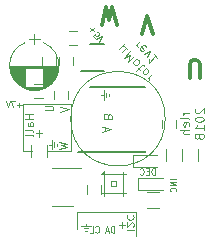
<source format=gbo>
G04 #@! TF.FileFunction,Legend,Bot*
%FSLAX46Y46*%
G04 Gerber Fmt 4.6, Leading zero omitted, Abs format (unit mm)*
G04 Created by KiCad (PCBNEW 4.0.6) date Mon Feb  5 06:37:18 2018*
%MOMM*%
%LPD*%
G01*
G04 APERTURE LIST*
%ADD10C,0.100000*%
%ADD11C,0.125000*%
%ADD12C,0.300000*%
%ADD13C,0.120000*%
%ADD14C,0.150000*%
G04 APERTURE END LIST*
D10*
D11*
X166014286Y-89489286D02*
X165514286Y-89489286D01*
X165657143Y-89489286D02*
X165585714Y-89525001D01*
X165550000Y-89560715D01*
X165514286Y-89632144D01*
X165514286Y-89703572D01*
X166014286Y-90060715D02*
X165978571Y-89989287D01*
X165907143Y-89953572D01*
X165264286Y-89953572D01*
X165978571Y-90632144D02*
X166014286Y-90560715D01*
X166014286Y-90417858D01*
X165978571Y-90346429D01*
X165907143Y-90310715D01*
X165621429Y-90310715D01*
X165550000Y-90346429D01*
X165514286Y-90417858D01*
X165514286Y-90560715D01*
X165550000Y-90632144D01*
X165621429Y-90667858D01*
X165692857Y-90667858D01*
X165764286Y-90310715D01*
X166014286Y-90989286D02*
X165264286Y-90989286D01*
X166014286Y-91310715D02*
X165621429Y-91310715D01*
X165550000Y-91275001D01*
X165514286Y-91203572D01*
X165514286Y-91096429D01*
X165550000Y-91025001D01*
X165585714Y-90989286D01*
X166585714Y-89114285D02*
X166550000Y-89149999D01*
X166514286Y-89221428D01*
X166514286Y-89399999D01*
X166550000Y-89471428D01*
X166585714Y-89507142D01*
X166657143Y-89542857D01*
X166728571Y-89542857D01*
X166835714Y-89507142D01*
X167264286Y-89078571D01*
X167264286Y-89542857D01*
X166514286Y-90007143D02*
X166514286Y-90078571D01*
X166550000Y-90150000D01*
X166585714Y-90185714D01*
X166657143Y-90221428D01*
X166800000Y-90257143D01*
X166978571Y-90257143D01*
X167121429Y-90221428D01*
X167192857Y-90185714D01*
X167228571Y-90150000D01*
X167264286Y-90078571D01*
X167264286Y-90007143D01*
X167228571Y-89935714D01*
X167192857Y-89900000D01*
X167121429Y-89864285D01*
X166978571Y-89828571D01*
X166800000Y-89828571D01*
X166657143Y-89864285D01*
X166585714Y-89900000D01*
X166550000Y-89935714D01*
X166514286Y-90007143D01*
X167264286Y-90971429D02*
X167264286Y-90542857D01*
X167264286Y-90757143D02*
X166514286Y-90757143D01*
X166621429Y-90685714D01*
X166692857Y-90614286D01*
X166728571Y-90542857D01*
X166835714Y-91400000D02*
X166800000Y-91328572D01*
X166764286Y-91292857D01*
X166692857Y-91257143D01*
X166657143Y-91257143D01*
X166585714Y-91292857D01*
X166550000Y-91328572D01*
X166514286Y-91400000D01*
X166514286Y-91542857D01*
X166550000Y-91614286D01*
X166585714Y-91650000D01*
X166657143Y-91685715D01*
X166692857Y-91685715D01*
X166764286Y-91650000D01*
X166800000Y-91614286D01*
X166835714Y-91542857D01*
X166835714Y-91400000D01*
X166871429Y-91328572D01*
X166907143Y-91292857D01*
X166978571Y-91257143D01*
X167121429Y-91257143D01*
X167192857Y-91292857D01*
X167228571Y-91328572D01*
X167264286Y-91400000D01*
X167264286Y-91542857D01*
X167228571Y-91614286D01*
X167192857Y-91650000D01*
X167121429Y-91685715D01*
X166978571Y-91685715D01*
X166907143Y-91650000D01*
X166871429Y-91614286D01*
X166835714Y-91542857D01*
X160094352Y-84105520D02*
X160624682Y-83575190D01*
X160624682Y-84080267D02*
X160700444Y-84055014D01*
X160776206Y-84080267D01*
X160372144Y-83827728D02*
X160447906Y-83802476D01*
X160523667Y-83827728D01*
X160624682Y-83928744D01*
X160649936Y-84004506D01*
X160624682Y-84080267D01*
X160346891Y-84358059D01*
X161003489Y-84307551D02*
X160473159Y-84837881D01*
X161028743Y-84635850D01*
X160826713Y-85191434D01*
X161357043Y-84661104D01*
X161685343Y-84989404D02*
X161609581Y-84964151D01*
X161559073Y-84964150D01*
X161483312Y-84989404D01*
X161331789Y-85140927D01*
X161306535Y-85216688D01*
X161306536Y-85267196D01*
X161331789Y-85342957D01*
X161407551Y-85418719D01*
X161483312Y-85443973D01*
X161533820Y-85443973D01*
X161609581Y-85418719D01*
X161761104Y-85267196D01*
X161786358Y-85191435D01*
X161786358Y-85140928D01*
X161761104Y-85065165D01*
X161685343Y-84989404D01*
X161660089Y-85671257D02*
X161862119Y-85873287D01*
X161559073Y-85923794D02*
X162013642Y-85469226D01*
X162089403Y-85443973D01*
X162165165Y-85469226D01*
X162215673Y-85519734D01*
X162468210Y-85772271D02*
X162392449Y-85747018D01*
X162341941Y-85747018D01*
X162266180Y-85772271D01*
X162114657Y-85923794D01*
X162089403Y-85999556D01*
X162089403Y-86050064D01*
X162114657Y-86125825D01*
X162190418Y-86201586D01*
X162266180Y-86226841D01*
X162316687Y-86226841D01*
X162392449Y-86201586D01*
X162543972Y-86050063D01*
X162569225Y-85974302D01*
X162569225Y-85923795D01*
X162543972Y-85848033D01*
X162468210Y-85772271D01*
X162872271Y-86176332D02*
X162518717Y-86529885D01*
X162619733Y-86428870D02*
X162594479Y-86504632D01*
X162594479Y-86555140D01*
X162619733Y-86630901D01*
X162670241Y-86681408D01*
X161862118Y-83398413D02*
X161508565Y-83751967D01*
X161609580Y-83650952D02*
X161584326Y-83726714D01*
X161584326Y-83777221D01*
X161609581Y-83852983D01*
X161660088Y-83903490D01*
X162367195Y-83953998D02*
X162341941Y-83878236D01*
X162240926Y-83777221D01*
X162165164Y-83751967D01*
X162089403Y-83777221D01*
X161887372Y-83979251D01*
X161862118Y-84055013D01*
X161887372Y-84130774D01*
X161988388Y-84231790D01*
X162064149Y-84257044D01*
X162139911Y-84231790D01*
X162190418Y-84181282D01*
X161988388Y-83878236D01*
X162240926Y-84484328D02*
X162720748Y-84257043D01*
X162493464Y-84736866D01*
X163326840Y-84863135D02*
X163023794Y-84560089D01*
X163175317Y-84711612D02*
X162644987Y-85241942D01*
X162670241Y-85115673D01*
X162670241Y-85014659D01*
X162644986Y-84938897D01*
D10*
X157673212Y-82317653D02*
X157942585Y-82587027D01*
X157956054Y-82304184D02*
X157659743Y-82600495D01*
X158038550Y-83164497D02*
X157870192Y-82996139D01*
X158038550Y-82794108D01*
X158036867Y-82829464D01*
X158052019Y-82881655D01*
X158136198Y-82965834D01*
X158188389Y-82980986D01*
X158223744Y-82979303D01*
X158277619Y-82959100D01*
X158370217Y-82866502D01*
X158390420Y-82812628D01*
X158392103Y-82777272D01*
X158376951Y-82725081D01*
X158292772Y-82640902D01*
X158240581Y-82625750D01*
X158205225Y-82627433D01*
X158156401Y-83282348D02*
X158663161Y-83011291D01*
X158392103Y-83518050D01*
X151842856Y-88839286D02*
X151461904Y-88839286D01*
X151652380Y-89048810D02*
X151652380Y-88629762D01*
X151271427Y-88498810D02*
X150938094Y-88498810D01*
X151152380Y-89048810D01*
X150819047Y-88498810D02*
X150652380Y-89048810D01*
X150485714Y-88498810D01*
X159200000Y-87900000D02*
X159200000Y-88100000D01*
X159000000Y-87800000D02*
X159000000Y-88200000D01*
X158800000Y-87600000D02*
X158800000Y-88400000D01*
X158600000Y-88000000D02*
X158800000Y-88000000D01*
D11*
X159150000Y-89750000D02*
X159116667Y-89650000D01*
X159083333Y-89616667D01*
X159016667Y-89583333D01*
X158916667Y-89583333D01*
X158850000Y-89616667D01*
X158816667Y-89650000D01*
X158783333Y-89716667D01*
X158783333Y-89983333D01*
X159483333Y-89983333D01*
X159483333Y-89750000D01*
X159450000Y-89683333D01*
X159416667Y-89650000D01*
X159350000Y-89616667D01*
X159283333Y-89616667D01*
X159216667Y-89650000D01*
X159183333Y-89683333D01*
X159150000Y-89750000D01*
X159150000Y-89983333D01*
X158883333Y-91066667D02*
X158883333Y-90733333D01*
X158683333Y-91133333D02*
X159383333Y-90900000D01*
X158683333Y-90666667D01*
D10*
X163107142Y-94748810D02*
X163107142Y-94198810D01*
X162988095Y-94198810D01*
X162916666Y-94225000D01*
X162869047Y-94277381D01*
X162845238Y-94329762D01*
X162821428Y-94434524D01*
X162821428Y-94513095D01*
X162845238Y-94617857D01*
X162869047Y-94670238D01*
X162916666Y-94722619D01*
X162988095Y-94748810D01*
X163107142Y-94748810D01*
X162607142Y-94460714D02*
X162440476Y-94460714D01*
X162369047Y-94748810D02*
X162607142Y-94748810D01*
X162607142Y-94198810D01*
X162369047Y-94198810D01*
X161869047Y-94696429D02*
X161892857Y-94722619D01*
X161964285Y-94748810D01*
X162011904Y-94748810D01*
X162083333Y-94722619D01*
X162130952Y-94670238D01*
X162154761Y-94617857D01*
X162178571Y-94513095D01*
X162178571Y-94434524D01*
X162154761Y-94329762D01*
X162130952Y-94277381D01*
X162083333Y-94225000D01*
X162011904Y-94198810D01*
X161964285Y-94198810D01*
X161892857Y-94225000D01*
X161869047Y-94251190D01*
X164948810Y-95088096D02*
X164398810Y-95088096D01*
X164948810Y-95326191D02*
X164398810Y-95326191D01*
X164948810Y-95611905D01*
X164398810Y-95611905D01*
X164896429Y-96135715D02*
X164922619Y-96111905D01*
X164948810Y-96040477D01*
X164948810Y-95992858D01*
X164922619Y-95921429D01*
X164870238Y-95873810D01*
X164817857Y-95850001D01*
X164713095Y-95826191D01*
X164634524Y-95826191D01*
X164529762Y-95850001D01*
X164477381Y-95873810D01*
X164425000Y-95921429D01*
X164398810Y-95992858D01*
X164398810Y-96040477D01*
X164425000Y-96111905D01*
X164451190Y-96135715D01*
X160728571Y-99385714D02*
X161328571Y-99385714D01*
X161271429Y-99128571D02*
X161300000Y-99100000D01*
X161328571Y-99042857D01*
X161328571Y-98900000D01*
X161300000Y-98842857D01*
X161271429Y-98814286D01*
X161214286Y-98785714D01*
X161157143Y-98785714D01*
X161071429Y-98814286D01*
X160728571Y-99157143D01*
X160728571Y-98785714D01*
X160785714Y-98185714D02*
X160757143Y-98214285D01*
X160728571Y-98299999D01*
X160728571Y-98357142D01*
X160757143Y-98442857D01*
X160814286Y-98499999D01*
X160871429Y-98528571D01*
X160985714Y-98557142D01*
X161071429Y-98557142D01*
X161185714Y-98528571D01*
X161242857Y-98499999D01*
X161300000Y-98442857D01*
X161328571Y-98357142D01*
X161328571Y-98299999D01*
X161300000Y-98214285D01*
X161271429Y-98185714D01*
X161500000Y-97900000D02*
X161500000Y-99900000D01*
X156500000Y-97900000D02*
X161500000Y-97900000D01*
X156500000Y-98400000D02*
X156500000Y-97900000D01*
X156500000Y-98400000D02*
X156500000Y-99300000D01*
D11*
X160350000Y-98733334D02*
X160350000Y-99266667D01*
X160616667Y-99000000D02*
X160083333Y-99000000D01*
D10*
X157397402Y-99475152D02*
X157197402Y-99475152D01*
X157497402Y-99275152D02*
X157097402Y-99275152D01*
X157697402Y-99075152D02*
X156897402Y-99075152D01*
X157297402Y-98875152D02*
X157297402Y-99075152D01*
X154200000Y-92200000D02*
X154400000Y-92200000D01*
X154800000Y-92100000D02*
X154800000Y-92300000D01*
X154600000Y-92000000D02*
X154600000Y-92400000D01*
X154400000Y-91800000D02*
X154400000Y-92600000D01*
X159688094Y-99648810D02*
X159688094Y-99098810D01*
X159569047Y-99098810D01*
X159497618Y-99125000D01*
X159449999Y-99177381D01*
X159426190Y-99229762D01*
X159402380Y-99334524D01*
X159402380Y-99413095D01*
X159426190Y-99517857D01*
X159449999Y-99570238D01*
X159497618Y-99622619D01*
X159569047Y-99648810D01*
X159688094Y-99648810D01*
X159211904Y-99491667D02*
X158973809Y-99491667D01*
X159259523Y-99648810D02*
X159092856Y-99098810D01*
X158926190Y-99648810D01*
X158092857Y-99596429D02*
X158116667Y-99622619D01*
X158188095Y-99648810D01*
X158235714Y-99648810D01*
X158307143Y-99622619D01*
X158354762Y-99570238D01*
X158378571Y-99517857D01*
X158402381Y-99413095D01*
X158402381Y-99334524D01*
X158378571Y-99229762D01*
X158354762Y-99177381D01*
X158307143Y-99125000D01*
X158235714Y-99098810D01*
X158188095Y-99098810D01*
X158116667Y-99125000D01*
X158092857Y-99151190D01*
X157640476Y-99648810D02*
X157878571Y-99648810D01*
X157878571Y-99098810D01*
D11*
X155016667Y-91950000D02*
X155716667Y-92116667D01*
X155216667Y-92250000D01*
X155716667Y-92383333D01*
X155016667Y-92550000D01*
X155116667Y-88966667D02*
X155816667Y-89200000D01*
X155116667Y-89433333D01*
X153816667Y-88900001D02*
X154383333Y-88900001D01*
X154450000Y-88933334D01*
X154483333Y-88966667D01*
X154516667Y-89033334D01*
X154516667Y-89166667D01*
X154483333Y-89233334D01*
X154450000Y-89266667D01*
X154383333Y-89300001D01*
X153816667Y-89300001D01*
X153300000Y-90983334D02*
X153300000Y-91516667D01*
X153566667Y-91250000D02*
X153033333Y-91250000D01*
D10*
X156000000Y-88750000D02*
X152000000Y-88750000D01*
X156000000Y-92750000D02*
X156000000Y-88750000D01*
X154000000Y-92750000D02*
X156000000Y-92750000D01*
X152000000Y-92750000D02*
X152750000Y-92750000D01*
X152000000Y-88750000D02*
X152000000Y-92750000D01*
D11*
X152816667Y-89616667D02*
X152116667Y-89616667D01*
X152450000Y-89616667D02*
X152450000Y-90016667D01*
X152816667Y-90016667D02*
X152116667Y-90016667D01*
X152816667Y-90650000D02*
X152450000Y-90650000D01*
X152383333Y-90616666D01*
X152350000Y-90550000D01*
X152350000Y-90416666D01*
X152383333Y-90350000D01*
X152783333Y-90650000D02*
X152816667Y-90583333D01*
X152816667Y-90416666D01*
X152783333Y-90350000D01*
X152716667Y-90316666D01*
X152650000Y-90316666D01*
X152583333Y-90350000D01*
X152550000Y-90416666D01*
X152550000Y-90583333D01*
X152516667Y-90650000D01*
X152816667Y-91083333D02*
X152783333Y-91016666D01*
X152716667Y-90983333D01*
X152116667Y-90983333D01*
X152816667Y-91450000D02*
X152783333Y-91383333D01*
X152716667Y-91350000D01*
X152116667Y-91350000D01*
D12*
X166071429Y-86571429D02*
X166071429Y-85357143D01*
X166142857Y-85214286D01*
X166214286Y-85142857D01*
X166357143Y-85071429D01*
X166642857Y-85071429D01*
X166785715Y-85142857D01*
X166857143Y-85214286D01*
X166928572Y-85357143D01*
X166928572Y-86571429D01*
X162000000Y-82821429D02*
X162500000Y-81321429D01*
X163000000Y-82821429D01*
X158607143Y-82071429D02*
X158964286Y-80571429D01*
X159250000Y-81642857D01*
X159535714Y-80571429D01*
X159892857Y-82071429D01*
D10*
X164000000Y-90000000D02*
G75*
G03X164000000Y-90000000I-4000000J0D01*
G01*
D13*
X152927000Y-88230000D02*
X153627000Y-88230000D01*
X153627000Y-87030000D02*
X152927000Y-87030000D01*
X155794000Y-88361000D02*
X155794000Y-87661000D01*
X154594000Y-87661000D02*
X154594000Y-88361000D01*
X164938000Y-90786000D02*
X164938000Y-90086000D01*
X163738000Y-90086000D02*
X163738000Y-90786000D01*
X153578000Y-84752000D02*
X153578000Y-85452000D01*
X154778000Y-85452000D02*
X154778000Y-84752000D01*
X158588000Y-96350000D02*
X158588000Y-95650000D01*
X157388000Y-95650000D02*
X157388000Y-96350000D01*
X161234500Y-94099000D02*
X161234500Y-93099000D01*
X161234500Y-93099000D02*
X163334500Y-93099000D01*
X161234500Y-94099000D02*
X163334500Y-94099000D01*
X161679000Y-96004000D02*
X161679000Y-95004000D01*
X161679000Y-95004000D02*
X163779000Y-95004000D01*
X161679000Y-96004000D02*
X163779000Y-96004000D01*
X165399000Y-93591000D02*
X165399000Y-92591000D01*
X164039000Y-92591000D02*
X164039000Y-93591000D01*
X166796000Y-93591000D02*
X166796000Y-92591000D01*
X165436000Y-92591000D02*
X165436000Y-93591000D01*
X163453000Y-96221000D02*
X162453000Y-96221000D01*
X162453000Y-97581000D02*
X163453000Y-97581000D01*
X153969000Y-93250000D02*
X153969000Y-92250000D01*
X152609000Y-92250000D02*
X152609000Y-93250000D01*
D14*
X162300000Y-92800000D02*
X162300000Y-92700000D01*
X162325000Y-87275000D02*
X162325000Y-87300000D01*
X157675000Y-87275000D02*
X157675000Y-87300000D01*
X156600000Y-92800000D02*
X162300000Y-92800000D01*
X157675000Y-87275000D02*
X162325000Y-87275000D01*
D13*
X156221000Y-97368000D02*
X154421000Y-97368000D01*
X154421000Y-94148000D02*
X156871000Y-94148000D01*
X152128911Y-87439361D02*
G75*
G02X152128000Y-83561005I779089J1939361D01*
G01*
X153687089Y-87439361D02*
G75*
G03X153688000Y-83561005I-779089J1939361D01*
G01*
X153687089Y-87439361D02*
G75*
G02X152128000Y-87438995I-779089J1939361D01*
G01*
X150858000Y-85500000D02*
X154958000Y-85500000D01*
X150858000Y-85540000D02*
X154958000Y-85540000D01*
X150859000Y-85580000D02*
X154957000Y-85580000D01*
X150861000Y-85620000D02*
X154955000Y-85620000D01*
X150864000Y-85660000D02*
X154952000Y-85660000D01*
X150867000Y-85700000D02*
X154949000Y-85700000D01*
X150871000Y-85740000D02*
X152128000Y-85740000D01*
X153688000Y-85740000D02*
X154945000Y-85740000D01*
X150876000Y-85780000D02*
X152128000Y-85780000D01*
X153688000Y-85780000D02*
X154940000Y-85780000D01*
X150882000Y-85820000D02*
X152128000Y-85820000D01*
X153688000Y-85820000D02*
X154934000Y-85820000D01*
X150889000Y-85860000D02*
X152128000Y-85860000D01*
X153688000Y-85860000D02*
X154927000Y-85860000D01*
X150896000Y-85900000D02*
X152128000Y-85900000D01*
X153688000Y-85900000D02*
X154920000Y-85900000D01*
X150904000Y-85940000D02*
X152128000Y-85940000D01*
X153688000Y-85940000D02*
X154912000Y-85940000D01*
X150913000Y-85980000D02*
X152128000Y-85980000D01*
X153688000Y-85980000D02*
X154903000Y-85980000D01*
X150923000Y-86020000D02*
X152128000Y-86020000D01*
X153688000Y-86020000D02*
X154893000Y-86020000D01*
X150934000Y-86060000D02*
X152128000Y-86060000D01*
X153688000Y-86060000D02*
X154882000Y-86060000D01*
X150945000Y-86100000D02*
X152128000Y-86100000D01*
X153688000Y-86100000D02*
X154871000Y-86100000D01*
X150958000Y-86140000D02*
X152128000Y-86140000D01*
X153688000Y-86140000D02*
X154858000Y-86140000D01*
X150971000Y-86180000D02*
X152128000Y-86180000D01*
X153688000Y-86180000D02*
X154845000Y-86180000D01*
X150985000Y-86221000D02*
X152128000Y-86221000D01*
X153688000Y-86221000D02*
X154831000Y-86221000D01*
X151001000Y-86261000D02*
X152128000Y-86261000D01*
X153688000Y-86261000D02*
X154815000Y-86261000D01*
X151017000Y-86301000D02*
X152128000Y-86301000D01*
X153688000Y-86301000D02*
X154799000Y-86301000D01*
X151034000Y-86341000D02*
X152128000Y-86341000D01*
X153688000Y-86341000D02*
X154782000Y-86341000D01*
X151052000Y-86381000D02*
X152128000Y-86381000D01*
X153688000Y-86381000D02*
X154764000Y-86381000D01*
X151071000Y-86421000D02*
X152128000Y-86421000D01*
X153688000Y-86421000D02*
X154745000Y-86421000D01*
X151091000Y-86461000D02*
X152128000Y-86461000D01*
X153688000Y-86461000D02*
X154725000Y-86461000D01*
X151112000Y-86501000D02*
X152128000Y-86501000D01*
X153688000Y-86501000D02*
X154704000Y-86501000D01*
X151135000Y-86541000D02*
X152128000Y-86541000D01*
X153688000Y-86541000D02*
X154681000Y-86541000D01*
X151158000Y-86581000D02*
X152128000Y-86581000D01*
X153688000Y-86581000D02*
X154658000Y-86581000D01*
X151183000Y-86621000D02*
X152128000Y-86621000D01*
X153688000Y-86621000D02*
X154633000Y-86621000D01*
X151209000Y-86661000D02*
X152128000Y-86661000D01*
X153688000Y-86661000D02*
X154607000Y-86661000D01*
X151236000Y-86701000D02*
X152128000Y-86701000D01*
X153688000Y-86701000D02*
X154580000Y-86701000D01*
X151265000Y-86741000D02*
X152128000Y-86741000D01*
X153688000Y-86741000D02*
X154551000Y-86741000D01*
X151295000Y-86781000D02*
X152128000Y-86781000D01*
X153688000Y-86781000D02*
X154521000Y-86781000D01*
X151327000Y-86821000D02*
X152128000Y-86821000D01*
X153688000Y-86821000D02*
X154489000Y-86821000D01*
X151361000Y-86861000D02*
X152128000Y-86861000D01*
X153688000Y-86861000D02*
X154455000Y-86861000D01*
X151396000Y-86901000D02*
X152128000Y-86901000D01*
X153688000Y-86901000D02*
X154420000Y-86901000D01*
X151433000Y-86941000D02*
X152128000Y-86941000D01*
X153688000Y-86941000D02*
X154383000Y-86941000D01*
X151472000Y-86981000D02*
X152128000Y-86981000D01*
X153688000Y-86981000D02*
X154344000Y-86981000D01*
X151513000Y-87021000D02*
X152128000Y-87021000D01*
X153688000Y-87021000D02*
X154303000Y-87021000D01*
X151557000Y-87061000D02*
X152128000Y-87061000D01*
X153688000Y-87061000D02*
X154259000Y-87061000D01*
X151603000Y-87101000D02*
X152128000Y-87101000D01*
X153688000Y-87101000D02*
X154213000Y-87101000D01*
X151652000Y-87141000D02*
X152128000Y-87141000D01*
X153688000Y-87141000D02*
X154164000Y-87141000D01*
X151704000Y-87181000D02*
X152128000Y-87181000D01*
X153688000Y-87181000D02*
X154112000Y-87181000D01*
X151760000Y-87221000D02*
X152128000Y-87221000D01*
X153688000Y-87221000D02*
X154056000Y-87221000D01*
X151820000Y-87261000D02*
X152128000Y-87261000D01*
X153688000Y-87261000D02*
X153996000Y-87261000D01*
X151885000Y-87301000D02*
X153931000Y-87301000D01*
X151956000Y-87341000D02*
X153860000Y-87341000D01*
X152034000Y-87381000D02*
X153782000Y-87381000D01*
X152122000Y-87421000D02*
X153694000Y-87421000D01*
X152222000Y-87461000D02*
X153594000Y-87461000D01*
X152341000Y-87501000D02*
X153475000Y-87501000D01*
X152493000Y-87541000D02*
X153323000Y-87541000D01*
X152743000Y-87581000D02*
X153073000Y-87581000D01*
X152908000Y-82800000D02*
X152908000Y-83700000D01*
X152458000Y-83250000D02*
X153358000Y-83250000D01*
D10*
X158639000Y-94704000D02*
X158839000Y-94504000D01*
X158839000Y-94604000D02*
X158739000Y-94704000D01*
X158839000Y-94404000D02*
X158539000Y-94704000D01*
X159839000Y-95304000D02*
X159439000Y-95304000D01*
X159439000Y-95304000D02*
X159439000Y-95704000D01*
X158639000Y-96304000D02*
X160639000Y-96304000D01*
X158839000Y-94404000D02*
X158839000Y-96504000D01*
X160439000Y-94504000D02*
X160439000Y-96504000D01*
X158539000Y-94704000D02*
X160639000Y-94704000D01*
X159839000Y-95704000D02*
X159439000Y-95704000D01*
X159839000Y-95304000D02*
X159839000Y-95704000D01*
D13*
X156175000Y-85452000D02*
X156175000Y-84752000D01*
X154975000Y-84752000D02*
X154975000Y-85452000D01*
X156560000Y-82585000D02*
X155860000Y-82585000D01*
X155860000Y-83785000D02*
X156560000Y-83785000D01*
D14*
X157667000Y-83711000D02*
X158817000Y-83711000D01*
X156892000Y-85961000D02*
X158817000Y-85961000D01*
M02*

</source>
